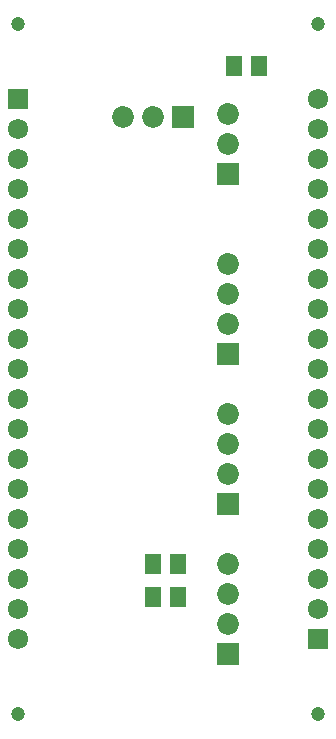
<source format=gbs>
G04*
G04 #@! TF.GenerationSoftware,Altium Limited,Altium Designer,20.0.10 (225)*
G04*
G04 Layer_Color=16711935*
%FSLAX42Y42*%
%MOMM*%
G71*
G01*
G75*
%ADD12C,1.72*%
%ADD13R,1.72X1.72*%
%ADD14C,1.20*%
%ADD15C,1.85*%
%ADD16R,1.85X1.85*%
%ADD17R,1.85X1.85*%
%ADD25R,1.45X1.70*%
D12*
X2794Y5461D02*
D03*
Y5207D02*
D03*
Y4445D02*
D03*
Y4191D02*
D03*
Y3937D02*
D03*
Y3429D02*
D03*
Y2921D02*
D03*
Y2667D02*
D03*
Y2159D02*
D03*
Y1905D02*
D03*
Y1651D02*
D03*
Y1143D02*
D03*
Y1397D02*
D03*
Y2413D02*
D03*
Y3175D02*
D03*
Y3683D02*
D03*
Y4699D02*
D03*
Y4953D02*
D03*
X254Y889D02*
D03*
Y1143D02*
D03*
Y1905D02*
D03*
Y2159D02*
D03*
Y2413D02*
D03*
Y2921D02*
D03*
Y3429D02*
D03*
Y3683D02*
D03*
Y4191D02*
D03*
Y4445D02*
D03*
Y4699D02*
D03*
Y5207D02*
D03*
Y4953D02*
D03*
Y3937D02*
D03*
Y3175D02*
D03*
Y2667D02*
D03*
Y1651D02*
D03*
Y1397D02*
D03*
D13*
X2794Y889D02*
D03*
X254Y5461D02*
D03*
D14*
X2794Y6096D02*
D03*
X254D02*
D03*
X2794Y254D02*
D03*
X254D02*
D03*
D15*
X1143Y5311D02*
D03*
X1397D02*
D03*
X2032Y1524D02*
D03*
Y1270D02*
D03*
Y1016D02*
D03*
Y2794D02*
D03*
Y2540D02*
D03*
Y2286D02*
D03*
Y4064D02*
D03*
Y3810D02*
D03*
Y3556D02*
D03*
X2034Y5334D02*
D03*
Y5080D02*
D03*
D16*
X1651Y5311D02*
D03*
D17*
X2032Y762D02*
D03*
Y2032D02*
D03*
Y3302D02*
D03*
X2034Y4826D02*
D03*
D25*
X2083Y5740D02*
D03*
X2293D02*
D03*
X1394Y1245D02*
D03*
X1604D02*
D03*
X1394Y1525D02*
D03*
X1604D02*
D03*
M02*

</source>
